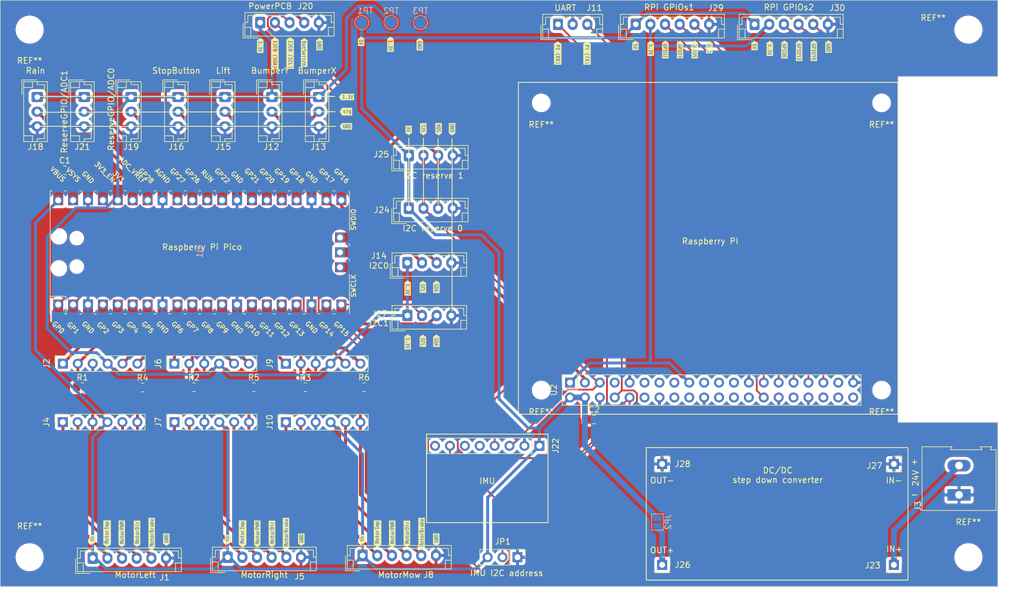
<source format=kicad_pcb>
(kicad_pcb (version 20241229) (generator "pcbnew") (generator_version "9.0")
  (title_block (title "Landrumower PCB") (rev "1.0"))
  (layers (0 "F.Cu" signal) (2 "B.Cu" signal) (13 "F.Paste" user) (15 "B.Paste" user) (5 "F.SilkS" user "F.Silkscreen") (7 "B.SilkS" user "B.Silkscreen") (1 "F.Mask" user) (3 "B.Mask" user) (25 "Edge.Cuts" user))
  (net 0 "")
  (net 1 "+5V")
  (net 2 "GND")
  (net 3 "+3V3")
  (net 4 "I2C0 (SDA)")
  (net 5 "I2C0 (SCL)")
  (net 6 "bumperX")
  (net 7 "pinMotorRightImp")
  (net 8 "pinMotorRightPWM")
  (net 9 "pinMotorRightDir")
  (net 10 "pinMotorRightBrake")
  (net 11 "bumperY")
  (net 12 "Net-(J1-Pin_5)")
  (net 13 "Net-(J1-Pin_3)")
  (net 14 "pinMotorLeftImp")
  (net 15 "pinMotorLeftPWM")
  (net 16 "pinMotorLeftDir")
  (net 17 "pinMotorLeftBrake")
  (net 18 "lift")
  (net 19 "pinMotorMowImp")
  (net 20 "pinMotorMowPWM")
  (net 21 "pinMotorMowDir")
  (net 22 "pinMotorMowBrake")
  (net 23 "Net-(J1-Pin_2)")
  (net 24 "Net-(J1-Pin_4)")
  (net 25 "Net-(J5-Pin_4)")
  (net 26 "Net-(J5-Pin_5)")
  (net 27 "Net-(J5-Pin_2)")
  (net 28 "Net-(J5-Pin_3)")
  (net 29 "Net-(J10-Pin_2)")
  (net 30 "I2C1 (SDA)")
  (net 31 "I2C1 (SCL)")
  (net 32 "Net-(J10-Pin_6)")
  (net 33 "Net-(J10-Pin_5)")
  (net 34 "Net-(J10-Pin_1)")
  (net 37 "Net-(J22-Pin_7)")
  (net 38 "rain")
  (net 40 "Net-(J26-Pin_1)")
  (net 43 "stopButton")
  (net 44 "pinBatterySwitch")
  (net 45 "reserve GPIO{slash}ADC 0")
  (net 46 "reserve GPIO{slash}ADC 1")
  (net 47 "I2C(SCL)")
  (net 48 "I2C(SDA)")
  (net 53 "UART (PI:RX PICO:TX)")
  (net 54 "UART (PI:TX PICO:RX)")
  (net 55 "+3.3VP")
  (net 56 "GPIO4")
  (net 64 "GPIO1")
  (net 65 "GPIO2")
  (net 66 "GPIO5")
  (net 67 "GPIO6")
  (net 68 "GPIO13")
  (net 70 "GPIO19")
  (net 76 "+24V")
  (footprint "Connector_JST:JST_EH_B6B-EH-A_1x06_P2.50mm_Vertical" (layer "F.Cu") (at 87.75 140)
    (property "Reference" "J5")
    (property "Value" "MotorLeftt")
  )
  (footprint "MountingHole:MountingHole_2.7mm" (layer "F.Cu") (at 141.2 62.5 180)
    (property "Reference" "REF**")
    (property "Value" "MountingHole_2.7mm")
  )
  (footprint "Connector_PinSocket_2.54mm:PinSocket_1x01_P2.54mm_Vertical" (layer "F.Cu") (at 161.8 124.1)
    (property "Reference" "J28")
    (property "Value" "OUT-")
  )
  (footprint "kibuzzard-65CA0B61" (layer "F.Cu") (at 95.3 136 90)
    (property "Reference" "kibuzzard-65CA0B61" (hide yes))
    (property "Value" "G***" (hide yes))
  )
  (footprint "kibuzzard-65CA0D25" (layer "F.Cu") (at 64.7 137 90)
    (property "Reference" "kibuzzard-65CA0D25" (hide yes))
    (property "Value" "G***" (hide yes))
  )
  (footprint "kibuzzard-65CA193C" (layer "F.Cu") (at 190.15 52.9 -90)
    (property "Reference" "kibuzzard-65CA193C" (hide yes))
    (property "Value" "G***" (hide yes))
  )
  (footprint "kibuzzard-65CA0A7B" (layer "F.Cu") (at 77.3 137 90)
    (property "Reference" "kibuzzard-65CA0A7B" (hide yes))
    (property "Value" "G***" (hide yes))
  )
  (footprint "MountingHole:MountingHole_2.7mm" (layer "F.Cu") (at 199.2 111.5 180)
    (property "Reference" "REF**")
    (property "Value" "MountingHole_2.7mm")
  )
  (footprint "Connector_JST:JST_EH_B3B-EH-A_1x03_P2.50mm_Vertical" (layer "F.Cu") (at 87.3 61.5 -90)
    (property "Reference" "J15")
    (property "Value" "Lift")
  )
  (footprint "Resistor_SMD:R_0805_2012Metric_Pad1.20x1.40mm_HandSolder" (layer "F.Cu") (at 101 111)
    (property "Reference" "R3")
    (property "Value" "4k7")
  )
  (footprint "kibuzzard-65CA3716" (layer "F.Cu") (at 120.5 52.5 -90)
    (property "Reference" "kibuzzard-65CA3716" (hide yes))
    (property "Value" "G***" (hide yes))
  )
  (footprint "kibuzzard-65CA15BA" (layer "F.Cu") (at 107.9 64)
    (property "Reference" "kibuzzard-65CA15BA" (hide yes))
    (property "Value" "G***" (hide yes))
  )
  (footprint "kibuzzard-65CA0AF1" (layer "F.Cu") (at 74.8 136 90)
    (property "Reference" "kibuzzard-65CA0AF1" (hide yes))
    (property "Value" "G***" (hide yes))
  )
  (footprint "Connector_JST:JST_EH_B3B-EH-A_1x03_P2.50mm_Vertical" (layer "F.Cu") (at 95.3 61.5 -90)
    (property "Reference" "J12")
    (property "Value" "BumperY")
  )
  (footprint "Connector_PinHeader_2.54mm:PinHeader_1x03_P2.54mm_Vertical" (layer "F.Cu") (at 137.14 140 -90)
    (property "Reference" "JP1")
    (property "Value" "I2C adress")
  )
  (footprint "kibuzzard-65CA0B61" (layer "F.Cu") (at 118.3 136 90)
    (property "Reference" "kibuzzard-65CA0B61" (hide yes))
    (property "Value" "G***" (hide yes))
  )
  (footprint "Connector_PinSocket_2.54mm:PinSocket_1x06_P2.54mm_Vertical" (layer "F.Cu") (at 97.675 116.975 90)
    (property "Reference" "J10")
    (property "Value" "Conn_01x06_Female")
  )
  (footprint "kibuzzard-65CA137E" (layer "F.Cu") (at 123.32548 103.07548 -90)
    (property "Reference" "kibuzzard-65CA137E" (hide yes))
    (property "Value" "G***" (hide yes))
  )
  (footprint "MountingHole:MountingHole_4.3mm_M4" (layer "F.Cu") (at 54 50 180)
    (property "Reference" "REF**")
    (property "Value" "MountingHole_4.3mm_M4")
  )
  (footprint "kibuzzard-65CA0AF1" (layer "F.Cu") (at 97.7 136 90)
    (property "Reference" "kibuzzard-65CA0AF1" (hide yes))
    (property "Value" "G***" (hide yes))
  )
  (footprint "Connector_JST:JST_EH_B6B-EH-A_1x06_P2.50mm_Vertical" (layer "F.Cu") (at 177.55 49.1)
    (property "Reference" "J30")
    (property "Value" "RPI GPIOs2")
  )
  (footprint "kibuzzard-65CA0CDE" (layer "F.Cu") (at 90.3 136 90)
    (property "Reference" "kibuzzard-65CA0CDE" (hide yes))
    (property "Value" "G***" (hide yes))
  )
  (footprint "Resistor_SMD:R_0805_2012Metric_Pad1.20x1.40mm_HandSolder" (layer "F.Cu") (at 82 111)
    (property "Reference" "R2")
    (property "Value" "4k7")
  )
  (footprint "RPi_Pico:RPi_Pico_SMD_TH" (layer "F.Cu") (at 83 88 90)
    (property "Reference" "U1")
    (property "Value" "Pico")
  )
  (footprint "kibuzzard-65CA34D8" (layer "F.Cu") (at 144 54 -90)
    (property "Reference" "kibuzzard-65CA34D8" (hide yes))
    (property "Value" "G***" (hide yes))
  )
  (footprint "Resistor_SMD:R_0805_2012Metric_Pad1.20x1.40mm_HandSolder" (layer "F.Cu") (at 111 111)
    (property "Reference" "R6")
    (property "Value" "100k")
  )
  (footprint "Connector_PinSocket_2.54mm:PinSocket_1x01_P2.54mm_Vertical" (layer "F.Cu") (at 201.3 124.1)
    (property "Reference" "J27")
    (property "Value" "IN-")
  )
  (footprint "MountingHole:MountingHole_2.7mm" (layer "F.Cu") (at 199.2 62.5 180)
    (property "Reference" "REF**")
    (property "Value" "MountingHole_2.7mm")
  )
  (footprint "kibuzzard-65CA0BE5" (layer "F.Cu") (at 69.7 136 90)
    (property "Reference" "kibuzzard-65CA0BE5" (hide yes))
    (property "Value" "G***" (hide yes))
  )
  (footprint "kibuzzard-65CA137E" (layer "F.Cu") (at 123.7 67 90)
    (property "Reference" "kibuzzard-65CA137E" (hide yes))
    (property "Value" "G***" (hide yes))
  )
  (footprint "Connector_JST:JST_EH_B6B-EH-A_1x06_P2.50mm_Vertical" (layer "F.Cu") (at 157.3 49.1)
    (property "Reference" "J29")
    (property "Value" "RPI GPIOs1")
  )
  (footprint "Connector_PinSocket_2.54mm:PinSocket_1x01_P2.54mm_Vertical" (layer "F.Cu") (at 201.3 141.3)
    (property "Reference" "J23")
    (property "Value" "IN+")
  )
  (footprint "kibuzzard-65CA0A7B" (layer "F.Cu") (at 123.3 137 90)
    (property "Reference" "kibuzzard-65CA0A7B" (hide yes))
    (property "Value" "G***" (hide yes))
  )
  (footprint "kibuzzard-65CA1392" (layer "F.Cu") (at 121.02548 93.87548 -90)
    (property "Reference" "kibuzzard-65CA1392" (hide yes))
    (property "Value" "G***" (hide yes))
  )
  (footprint "Connector_JST:JST_EH_B6B-EH-A_1x06_P2.50mm_Vertical" (layer "F.Cu") (at 110.75 139.7)
    (property "Reference" "J8")
    (property "Value" "MotorMow")
  )
  (footprint "kibuzzard-65CA3716" (layer "F.Cu") (at 103.4 52.5 -90)
    (property "Reference" "kibuzzard-65CA3716" (hide yes))
    (property "Value" "G***" (hide yes))
  )
  (footprint "Connector_JST:JST_EH_B4B-EH-A_1x04_P2.50mm_Vertical" (layer "F.Cu") (at 118.37548 89.77548)
    (property "Reference" "J14")
    (property "Value" "I2C0")
  )
  (footprint "kibuzzard-65CA3704" (layer "F.Cu") (at 100.8 53.9 -90)
    (property "Reference" "kibuzzard-65CA3704" (hide yes))
    (property "Value" "G***" (hide yes))
  )
  (footprint "kibuzzard-65CA137E" (layer "F.Cu") (at 123.32548 93.87548 -90)
    (property "Reference" "kibuzzard-65CA137E" (hide yes))
    (property "Value" "G***" (hide yes))
  )
  (footprint "Connector_PinSocket_2.54mm:PinSocket_1x08_P2.54mm_Vertical" (layer "F.Cu") (at 140.875 121 -90)
    (property "Reference" "J22")
    (property "Value" "IMU")
  )
  (footprint "Connector_JST:JST_EH_B3B-EH-A_1x03_P2.50mm_Vertical" (layer "F.Cu") (at 63.3 61.5 -90)
    (property "Reference" "J21")
    (property "Value" "ReserveGPIO/ADC1")
  )
  (footprint "Connector_JST:JST_EH_B5B-EH-A_1x05_P2.50mm_Vertical" (layer "F.Cu") (at 93.3 48.8)
    (property "Reference" "J20")
    (property "Value" "PowerPCB")
  )
  (footprint "kibuzzard-65CA1367" (layer "F.Cu") (at 118.42548 103.27548 -90)
    (property "Reference" "kibuzzard-65CA1367" (hide yes))
    (property "Value" "G***" (hide yes))
  )
  (footprint "Resistor_SMD:R_0805_2012Metric_Pad1.20x1.40mm_HandSolder" (layer "F.Cu") (at 63 111)
    (property "Reference" "R1")
    (property "Value" "4k7")
  )
  (footprint "Connector_PinSocket_2.54mm:PinSocket_1x06_P2.54mm_Vertical" (layer "F.Cu") (at 59.65 116.95 90)
    (property "Reference" "J4")
    (property "Value" "Conn_01x06_Female")
  )
  (footprint "kibuzzard-65CA19E7" (layer "F.Cu") (at 182.65 53.4 -90)
    (property "Reference" "kibuzzard-65CA19E7" (hide yes))
    (property "Value" "G***" (hide yes))
  )
  (footprint "kibuzzard-65CA0A7B" (layer "F.Cu") (at 100.3 137 90)
    (property "Reference" "kibuzzard-65CA0A7B" (hide yes))
    (property "Value" "G***" (hide yes))
  )
  (footprint "Connector_PinSocket_2.54mm:PinSocket_1x06_P2.54mm_Vertical" (layer "F.Cu") (at 78.7 116.95 90)
    (property "Reference" "J7")
    (property "Value" "Conn_01x06_Female")
  )
  (footprint "MountingHole:MountingHole_4.3mm_M4" (layer "F.Cu") (at 54 140)
    (property "Reference" "REF**")
    (property "Value" "MountingHole_4.3mm_M4")
  )
  (footprint "kibuzzard-65CA1392" (layer "F.Cu") (at 121.02548 103.07548 -90)
    (property "Reference" "kibuzzard-65CA1392" (hide yes))
    (property "Value" "G***" (hide yes))
  )
  (footprint "kibuzzard-65CA15CC" (layer "F.Cu") (at 107.9 66.5)
    (property "Reference" "kibuzzard-65CA15CC" (hide yes))
    (property "Value" "G***" (hide yes))
  )
  (footprint "Connector_JST:JST_EH_B6B-EH-A_1x06_P2.50mm_Vertical" (layer "F.Cu") (at 64.75 140.15)
    (property "Reference" "J1")
    (property "Value" "MotorRight")
  )
  (footprint "Connector_JST:JST_EH_B3B-EH-A_1x03_P2.50mm_Vertical" (layer "F.Cu") (at 71.3 61.5 -90)
    (property "Reference" "J19")
    (property "Value" "ResrveGPIO/ADC0")
  )
  (footprint "Resistor_SMD:R_0805_2012Metric_Pad1.20x1.40mm_HandSolder" (layer "F.Cu") (at 92.2 111)
    (property "Reference" "R5")
    (property "Value" "100k")
  )
  (footprint "MountingHole:MountingHole_4.3mm_M4" (layer "F.Cu") (at 214 50)
    (property "Reference" "REF**")
    (property "Value" "MountingHole_4.3mm_M4")
  )
  (footprint "MountingHole:MountingHole_4.3mm_M4" (layer "F.Cu") (at 214 140)
    (property "Reference" "REF**")
    (property "Value" "MountingHole_4.3mm_M4")
  )
  (footprint "kibuzzard-65CA36D0" (layer "F.Cu") (at 98.4 54 -90)
    (property "Reference" "kibuzzard-65CA36D0" (hide yes))
    (property "Value" "G***" (hide yes))
  )
  (footprint "kibuzzard-65CA1367" (layer "F.Cu") (at 118.42548 94.07548 -90)
    (property "Reference" "kibuzzard-65CA1367" (hide yes))
    (property "Value" "G***" (hide yes))
  )
  (footprint "Capacitor_SMD:C_0805_2012Metric_Pad1.18x1.45mm_HandSolder" (layer "F.Cu") (at 150.2 116.5)
    (property "Reference" "C2")
    (property "Value" "C_Small")
  )
  (footprint "kibuzzard-65CA18EE" (layer "F.Cu") (at 180.15 53.2 -90)
    (property "Reference" "kibuzzard-65CA18EE" (hide yes))
    (property "Value" "G***" (hide yes))
  )
  (footprint "Connector_JST:JST_EH_B3B-EH-A_1x03_P2.50mm_Vertical" (layer "F.Cu") (at 144.05 49.1)
    (property "Reference" "J11")
    (property "Value" "UART")
  )
  (footprint "kibuzzard-65CA0D25" (layer "F.Cu") (at 110.7 137 90)
    (property "Reference" "kibuzzard-65CA0D25" (hide yes))
    (property "Value" "G***" (hide yes))
  )
  (footprint "Capacitor_SMD:C_0805_2012Metric_Pad1.18x1.45mm_HandSolder" (layer "F.Cu") (at 60 74)
    (property "Reference" "C1")
    (property "Value" "C_Small")
  )
  (footprint "kibuzzard-65CA1A09" (layer "F.Cu") (at 187.65 53.6 -90)
    (property "Reference" "kibuzzard-65CA1A09" (hide yes))
    (property "Value" "G***" (hide yes))
  )
  (footprint "kibuzzard-65CA19F9" (layer "F.Cu") (at 185.15 53.6 -90)
    (property "Reference" "kibuzzard-65CA19F9" (hide yes))
    (property "Value" "G***" (hide yes))
  )
  (footprint "kibuzzard-65CA0CDE" (layer "F.Cu") (at 113.3 136 90)
    (property "Reference" "kibuzzard-65CA0CDE" (hide yes))
    (property "Value" "G***" (hide yes))
  )
  (footprint "kibuzzard-65CA0BDD" (layer "F.Cu") (at 72.3 136 90)
    (property "Reference" "kibuzzard-65CA0BDD" (hide yes))
    (property "Value" "G***" (hide yes))
  )
  (footprint "kibuzzard-65CA0D25" (layer "F.Cu") (at 87.8 137 90)
    (property "Reference" "kibuzzard-65CA0D25" (hide yes))
    (property "Value" "G***" (hide yes))
  )
  (footprint "kibuzzard-65CA0BE5" (layer "F.Cu") (at 115.8 136 90)
    (property "Reference" "kibuzzard-65CA0BE5" (hide yes))
    (property "Value" "G***" (hide yes))
  )
  (footprint "Connector_PinSocket_2.54mm:PinSocket_2x20_P2.54mm_Vertical" (layer "F.Cu") (at 146.1 110.21 90)
    (property "Reference" "U2")
    (property "Value" "Raspberry_Pi_2_3")
  )
  (footprint "Connector_JST:JST_EH_B4B-EH-A_1x04_P2.50mm_Vertical" (layer "F.Cu") (at 118.62548 80.47548)
    (property "Reference" "J24")
    (property "Value" "I2C reserve0")
  )
  (footprint "Connector_JST:JST_EH_B3B-EH-A_1x03_P2.50mm_Vertical" (layer "F.Cu") (at 55.3 61.5 -90)
    (property "Reference" "J18")
    (property "Value" "Rain")
  )
  (footprint "kibuzzard-65CA193C" (layer "F.Cu") (at 169.85 53 -90)
    (property "Reference" "kibuzzard-65CA193C" (hide yes))
    (property "Value" "G***" (hide yes))
  )
  (footprint "kibuzzard-65CA0BE5" (layer "F.Cu") (at 92.8 136 90)
    (property "Reference" "kibuzzard-65CA0BE5" (hide yes))
    (property "Value" "G***" (hide yes))
  )
  (footprint "Resistor_SMD:R_0805_2012Metric_Pad1.20x1.40mm_HandSolder" (layer "F.Cu") (at 73.25 111.05)
    (property "Reference" "R4")
    (property "Value" "100k")
  )
  (footprint "Connector_PinSocket_2.54mm:PinSocket_1x06_P2.54mm_Vertical" (layer "F.Cu") (at 59.675 106.975 90)
    (property "Reference" "J2")
    (property "Value" "Conn_01x06_Female")
  )
  (footprint "Connector_PinSocket_2.54mm:PinSocket_1x06_P2.54mm_Vertical" (layer "F.Cu") (at 97.675 106.975 90)
    (property "Reference" "J9")
    (property "Value" "Conn_01x06_Female")
  )
  (footprint "kibuzzard-65CA18B9" (layer "F.Cu") (at 177.55 52.7 -90)
    (property "Reference" "kibuzzard-65CA18B9" (hide yes))
    (property "Value" "G***" (hide yes))
  )
  (footprint "kibuzzard-65CA3687" (layer "F.Cu") (at 115.5 52.5 -90)
    (property "Reference" "kibuzzard-65CA3687" (hide yes))
    (property "Value" "G***" (hide yes))
  )
  (footprint "Connector_JST:JST_EH_B4B-EH-A_1x04_P2.50mm_Vertical" (layer "F.Cu") (at 118.62548 71.47548)
    (property "Reference" "J25")
    (property "Value" "I2C reserve1")
  )
  (footprint "kibuzzard-65CA369C" (layer "F.Cu") (at 95.8 54 -90)
    (property "Reference" "kibuzzard-65CA369C" (hide yes))
    (property "Value" "G***" (hide yes))
  )
  (footprint "kibuzzard-65CA0CDE" (layer "F.Cu") (at 67.2 136 90)
    (property "Reference" "kibuzzard-65CA0CDE" (hide yes))
    (property "Value" "G***" (hide yes))
  )
  (footprint "kibuzzard-65CA1528" (layer "F.Cu") (at 118.6 67.2 90)
    (property "Reference" "kibuzzard-65CA1528" (hide yes))
    (property "Value" "G***" (hide yes))
  )
  (footprint "kibuzzard-65CA34CF" (layer "F.Cu") (at 149 54 -90)
    (property "Reference" "kibuzzard-65CA34CF" (hide yes))
    (property "Value" "G***" (hide yes))
  )
  (footprint "kibuzzard-65CA15DA" (layer "F.Cu") (at 108 61.5)
    (property "Reference" "kibuzzard-65CA15DA" (hide yes))
    (property "Value" "G***" (hide yes))
  )
  (footprint "kibuzzard-65CA191B" (layer "F.Cu") (at 164.85 53.4 -90)
    (property "Reference" "kibuzzard-65CA191B" (hide yes))
    (property "Value" "G***" (hide yes))
  )
  (footprint "kibuzzard-65CA18B9" (layer "F.Cu") (at 157.25 52.7 -90)
    (property "Reference" "kibuzzard-65CA18B9" (hide yes))
    (property "Value" "G***" (hide yes))
  )
  (footprint "kibuzzard-65CA1528" (layer "F.Cu") (at 110.5 52 -90)
    (property "Reference" "kibuzzard-65CA1528" (hide yes))
    (property "Value" "G***" (hide yes))
  )
  (footprint "kibuzzard-65CA18EE" (layer "F.Cu") (at 159.85 53.2 -90)
    (property "Reference" "kibuzzard-65CA18EE" (hide yes))
    (property "Value" "G***" (hide yes))
  )
  (footprint "Connector_JST:JST_EH_B3B-EH-A_1x03_P2.50mm_Vertical" (layer "F.Cu") (at 79.3 61.5 -90)
    (property "Reference" "J16")
    (property "Value" "StopButton")
  )
  (footprint "kibuzzard-65CA3687" (layer "F.Cu") (at 93.3 52.7 -90)
    (property "Reference" "kibuzzard-65CA3687" (hide yes))
    (property "Value" "G***" (hide yes))
  )
  (footprint "Connector_PinSocket_2.54mm:PinSocket_1x01_P2.54mm_Vertical" (layer "F.Cu") (at 161.8 141.3)
    (property "Reference" "J26")
    (property "Value" "OUT+")
  )
  (footprint "Connector_JST:JST_EH_B4B-EH-A_1x04_P2.50mm_Vertical" (layer "F.Cu") (at 118.37548 98.77548)
    (property "Reference" "J17")
    (property "Value" "I2C1")
  )
  (footprint "kibuzzard-65CA13E2" (layer "F.Cu") (at 126 67 90)
    (property "Reference" "kibuzzard-65CA13E2" (hide yes))
    (property "Value" "G***" (hide yes))
  )
  (footprint "TerminalBlock:TerminalBlock_Altech_AK300-2_P5.00mm" (layer "F.Cu") (at 212.4 129.365 90)
    (property "Reference" "J3")
    (property "Value" "Power")
  )
  (footprint "kibuzzard-65CA190F" (layer "F.Cu") (at 162.35 53.4 -90)
    (property "Reference" "kibuzzard-65CA190F" (hide yes))
    (property "Value" "G***" (hide yes))
  )
  (footprint "Connector_JST:JST_EH_B3B-EH-A_1x03_P2.50mm_Vertical" (layer "F.Cu") (at 103.3 61.5 -90)
    (property "Reference" "J13")
    (property "Value" "BumperX")
  )
  (footprint "kibuzzard-65CA1927" (layer "F.Cu") (at 167.35 53.4 -90)
    (property "Reference" "kibuzzard-65CA1927" (hide yes))
    (property "Value" "G***" (hide yes))
  )
  (footprint "kibuzzard-65CA0AF1" (layer "F.Cu") (at 120.8 136 90)
    (property "Reference" "kibuzzard-65CA0AF1" (hide yes))
    (property "Value" "G***" (hide yes))
  )
  (footprint "Connector_PinSocket_2.54mm:PinSocket_1x06_P2.54mm_Vertical" (layer "F.Cu") (at 78.675 106.975 90)
    (property "Reference" "J6")
    (property "Value" "Conn_01x06_Female")
  )
  (footprint "kibuzzard-65CA1392" (layer "F.Cu") (at 121.1 67 90)
    (property "Reference" "kibuzzard-65CA1392" (hide yes))
    (property "Value" "G***" (hide yes))
  )
  (footprint "MountingHole:MountingHole_2.7mm" (layer "F.Cu") (at 141.2 111.5 180)
    (property "Reference" "REF**")
    (property "Value" "MountingHole_2.7mm")
  )
  (footprint "Jumper:SolderJumper-2_P1.3mm_Open_Pad1.0x1.5mm" (layer "B.Cu") (at 161 134 90)
    (property "Reference" "JP2")
    (property "Value" "Jumper_2_Open")
  )
  (footprint "TestPoint:TestPoint_Pad_D2.0mm" (layer "B.Cu") (at 115.6 48.8 180)
    (property "Reference" "TP2")
    (property "Value" "TP3.3V")
  )
  (footprint "TestPoint:TestPoint_Pad_D2.0mm" (layer "B.Cu") (at 110.6 48.8 180)
    (property "Reference" "TP1")
    (property "Value" "TP_5V")
  )
  (footprint "TestPoint:TestPoint_Pad_D2.0mm" (layer "B.Cu") (at 120.6 48.8 180)
    (property "Reference" "TP3")
    (property "Value" "TP_GND")
  )
  (gr_rect (start 121.65 119) (end 142.35 134.1) (stroke (width 0.15)) (fill no) (layer "F.SilkS"))
  (gr_line (start 123.62548 68.6) (end 123.62548 79.87548) (stroke (width 0.15)) (layer "F.SilkS"))
  (gr_rect (start 137.3 59) (end 202 115.6) (stroke (width 0.15)) (fill no) (layer "F.SilkS"))
  (gr_line (start 106 61.4) (end 55.8 61.4) (stroke (width 0.15)) (layer "F.SilkS"))
  (gr_rect (start 159.1 121.3) (end 203.7 143.9) (stroke (width 0.15)) (fill no) (layer "F.SilkS"))
  (gr_line (start 126 68.6) (end 126 98) (stroke (width 0.15)) (layer "F.SilkS"))
  (gr_line (start 106.1 64) (end 55.8 64.1) (stroke (width 0.15)) (layer "F.SilkS"))
  (gr_line (start 118.62548 68.5) (end 118.62548 79.87548) (stroke (width 0.15)) (layer "F.SilkS"))
  (gr_line (start 106.2 66.5) (end 55.8 66.5) (stroke (width 0.15)) (layer "F.SilkS"))
  (gr_line (start 121.1 68.5) (end 121.12548 79.47548) (stroke (width 0.15)) (layer "F.SilkS"))
  (gr_line (start 49 145) (end 219 145) (stroke (width 0.1)) (layer "Edge.Cuts"))
  (gr_line (start 219 145) (end 219 117) (stroke (width 0.1)) (layer "Edge.Cuts"))
  (gr_line (start 49 45) (end 49 145) (stroke (width 0.1)) (layer "Edge.Cuts"))
  (gr_line (start 219 58) (end 219 45) (stroke (width 0.1)) (layer "Edge.Cuts"))
  (gr_line (start 202 58) (end 202 117) (stroke (width 0.1)) (layer "Edge.Cuts"))
  (gr_line (start 219 45) (end 49 45) (stroke (width 0.1)) (layer "Edge.Cuts"))
  (gr_line (start 202 117) (end 219 117) (stroke (width 0.1)) (layer "Edge.Cuts"))
  (gr_line (start 219 58) (end 202 58) (stroke (width 0.1)) (layer "Edge.Cuts"))
  (gr_text "Landrumower PCB V1.0" (at 73 49 0) (layer "F.Cu") (effects (font (size 1.5 1.5) (thickness 0.3))))
  (gr_text "MotorMow" (at 117 143 0) (layer "F.SilkS") (effects (font (size 1 1))))
  (gr_text "Rain" (at 55 57 0) (layer "F.SilkS") (effects (font (size 1 1))))
  (gr_text "PowerPCB" (at 95 46 0) (layer "F.SilkS") (effects (font (size 1 1))))
  (gr_text "BumperX" (at 103 57 0) (layer "F.SilkS") (effects (font (size 1 1))))
  (gr_text "IMU" (at 132 127 0) (layer "F.SilkS") (effects (font (size 1 1))))
  (gr_text "ReserveGPIO/ADC0" (at 67.9 63.6 90) (layer "F.SilkS") (effects (font (size 1 1))))
  (gr_text "I2C reserve 1" (at 122.8 74.9 0) (layer "F.SilkS") (effects (font (size 1 1))))
  (gr_text "MotorLeft" (at 72 143 0) (layer "F.SilkS") (effects (font (size 1 1))))
  (gr_text "Lift" (at 87 57 0) (layer "F.SilkS") (effects (font (size 1 1))))
  (gr_text "IN+" (at 201.4 138.6 0) (layer "F.SilkS") (effects (font (size 1 1))))
  (gr_text "I2C reserve 0" (at 122.7 83.9 0) (layer "F.SilkS") (effects (font (size 1 1))))
  (gr_text "IMU I2C address" (at 135.3 142.7 0) (layer "F.SilkS") (effects (font (size 1 1))))
  (gr_text "I2C0" (at 113.52548 90.27548 0) (layer "F.SilkS") (effects (font (size 1 1))))
  (gr_text "-" (at 204.8 129.3 0) (layer "F.SilkS") (effects (font (size 1 1))))
  (gr_text "RPi GPIOs2" (at 183.4 46.2 0) (layer "F.SilkS") (effects (font (size 1 1))))
  (gr_text "StopButton" (at 79 57 0) (layer "F.SilkS") (effects (font (size 1 1))))
  (gr_text "Raspberry PI" (at 170 86.1 0) (layer "F.SilkS") (effects (font (size 1 1))))
  (gr_text "ReserveGPIO/ADC1" (at 59.9 64 90) (layer "F.SilkS") (effects (font (size 1 1))))
  (gr_text "OUT+" (at 161.8 138.8 0) (layer "F.SilkS") (effects (font (size 1 1))))
  (gr_text "DC/DC\nstep down converter" (at 181.5 126 0) (layer "F.SilkS") (effects (font (size 1 1))))
  (gr_text "OUT-" (at 161.8 126.9 0) (layer "F.SilkS") (effects (font (size 1 1))))
  (gr_text "24V" (at 205 126.5 90) (layer "F.SilkS") (effects (font (size 1 1))))
  (gr_text "IN-" (at 201.3 126.9 0) (layer "F.SilkS") (effects (font (size 1 1))))
  (gr_text "+" (at 204.8 123.7 0) (layer "F.SilkS") (effects (font (size 1 1))))
  (gr_text "Raspberry Pi Pico" (at 83.4 87.1 0) (layer "F.SilkS") (effects (font (size 1 1))))
  (gr_text "RPi GPIOs1" (at 163 46.2 0) (layer "F.SilkS") (effects (font (size 1 1))))
  (gr_text "BumperY" (at 95 57 0) (layer "F.SilkS") (effects (font (size 1 1))))
  (gr_text "UART" (at 145.3 46.3 0) (layer "F.SilkS") (effects (font (size 1 1))))
  (gr_text "MotorRight" (at 94 143 0) (layer "F.SilkS") (effects (font (size 1 1))))
  (gr_text "I2C1" (at 113.52548 100.07548 0) (layer "F.SilkS") (effects (font (size 1 1))))
  (segment (start 148.64 115.9775) (end 149.1625 116.5) (width 0.5) (layer "F.Cu") (net 1))
  (segment (start 58.87 74.0925) (end 58.9625 74) (width 0.5) (layer "F.Cu") (net 1))
  (segment (start 58.87 79.11) (end 58.87 74.0925) (width 0.5) (layer "F.Cu") (net 1))
  (segment (start 148.64 112.75) (end 148.64 115.9775) (width 0.5) (layer "F.Cu") (net 1))
  (segment (start 118.62548 71.47548) (end 118.62548 80.47548) (width 0.5) (layer "B.Cu") (net 1))
  (segment (start 55 104.68) (end 67.295 116.975) (width 0.5) (layer "B.Cu") (net 1))
  (segment (start 87.75 139.7) (end 87.75 118.43) (width 0.5) (layer "B.Cu") (net 1))
  (segment (start 134 88) (end 134 113) (width 0.5) (layer "B.Cu") (net 1))
  (segment (start 118.62548 80.47548) (end 123.15 85) (width 0.5) (layer "B.Cu") (net 1))
  (segment (start 110.6 63.45) (end 110.6 48.8) (width 0.5) (layer "B.Cu") (net 1))
  (segment (start 113.05 142) (end 110.75 139.7) (width 0.5) (layer "B.Cu") (net 1))
  (segment (start 140.875 121) (end 140.875 117.975) (width 0.5) (layer "B.Cu") (net 1))
  (segment (start 87.75 118.43) (end 86.295 116.975) (width 0.5) (layer "B.Cu") (net 1))
  (segment (start 110.75 139.7) (end 110.75 122.43) (width 0.5) (layer "B.Cu") (net 1))
  (segment (start 64.75 119.52) (end 67.295 116.975) (width 0.5) (layer "B.Cu") (net 1))
  (segment (start 58.87 79.11) (end 55 82.98) (width 0.5) (layer "B.Cu") (net 1))
  (segment (start 90.05 142) (end 87.75 139.7) (width 0.5) (layer "B.Cu") (net 1))
  (segment (start 148.64 112.75) (end 146.1 112.75) (width 1) (layer "B.Cu") (net 1))
  (segment (start 64.75 139.7) (end 64.75 119.52) (width 0.5) (layer "B.Cu") (net 1))
  (segment (start 55 82.98) (end 55 104.68) (width 0.5) (layer "B.Cu") (net 1))
  (segment (start 130.06 142) (end 113 142) (width 0.5) (layer "B.Cu") (net 1))
  (segment (start 132.06 140) (end 132.06 129.815) (width 0.5) (layer "B.Cu") (net 1))
  (segment (start 175.65 47.2) (end 177.55 49.1) (width 0.5) (layer "B.Cu") (net 1))
  (segment (start 67.05 142) (end 64.75 139.7) (width 0.5) (layer "B.Cu") (net 1))
  (segment (start 132.06 140) (end 130.06 142) (width 0.5) (layer "B.Cu") (net 1))
  (segment (start 85.45 142) (end 67.05 142) (width 0.5) (layer "B.Cu") (net 1))
  (segment (start 131 85) (end 134 88) (width 0.5) (layer "B.Cu") (net 1))
  (segment (start 138.975 117.975) (end 140.875 117.975) (width 0.5) (layer "B.Cu") (net 1))
  (segment (start 155 51.4) (end 157.3 49.1) (width 0.5) (layer "B.Cu") (net 1))
  (segment (start 132.06 129.815) (end 140.875 121) (width 0.5) (layer "B.Cu") (net 1))
  (segment (start 87.75 139.7) (end 85.45 142) (width 0.5) (layer "B.Cu") (net 1))
  (segment (start 161 133.35) (end 148.64 120.99) (width 1) (layer "B.Cu") (net 1))
  (segment (start 118.62548 71.47548) (end 110.6 63.45) (width 0.5) (layer "B.Cu") (net 1))
  (segment (start 140.875 117.975) (end 146.1 112.75) (width 0.5) (layer "B.Cu") (net 1))
  (segment (start 110.6 51.4) (end 155 51.4) (width 0.5) (layer "B.Cu") (net 1))
  (segment (start 108.45 142) (end 90.05 142) (width 0.5) (layer "B.Cu") (net 1))
  (segment (start 148.64 120.99) (end 148.64 112.75) (width 1) (layer "B.Cu") (net 1))
  (segment (start 123.15 85) (end 131 85) (width 0.5) (layer "B.Cu") (net 1))
  (segment (start 110.75 122.43) (end 105.295 116.975) (width 0.5) (layer "B.Cu") (net 1))
  (segment (start 159.2 47.2) (end 175.65 47.2) (width 0.5) (layer "B.Cu") (net 1))
  (segment (start 110.75 139.7) (end 108.45 142) (width 0.5) (layer "B.Cu") (net 1))
  (segment (start 134 113) (end 138.975 117.975) (width 0.5) (layer "B.Cu") (net 1))
  (segment (start 110.6 48.8) (end 110.6 51.4) (width 0.5) (layer "B.Cu") (net 1))
  (segment (start 157.3 49.1) (end 159.2 47.2) (width 0.5) (layer "B.Cu") (net 1))
  (segment (start 71.3 61.5) (end 63.3 61.5) (width 0.5) (layer "B.Cu") (net 3))
  (segment (start 79.3 61.5) (end 87.3 61.5) (width 0.5) (layer "B.Cu") (net 3))
  (segment (start 57 101) (end 57 85.295777) (width 0.5) (layer "B.Cu") (net 3))
  (segment (start 103.37 108.9) (end 88.22 108.9) (width 0.5) (layer "B.Cu") (net 3))
  (segment (start 93.3 50) (end 93.3 48.8) (width 0.5) (layer "B.Cu") (net 3))
  (segment (start 87.3 61.5) (end 95.3 61.5) (width 0.5) (layer "B.Cu") (net 3))
  (segment (start 113.57 98.7) (end 105.295 106.975) (width 0.5) (layer "B.Cu") (net 3))
  (segment (start 84.47 108.8) (end 69.12 108.8) (width 0.5) (layer "B.Cu") (net 3))
  (segment (start 86.295 106.975) (end 84.47 108.8) (width 0.5) (layer "B.Cu") (net 3))
  (segment (start 95.3 52) (end 93.3 50) (width 0.5) (layer "B.Cu") (net 3))
  (segment (start 95.3 61.5) (end 95.3 52) (width 0.5) (layer "B.Cu") (net 3))
  (segment (start 110 46) (end 112.8 46) (width 0.5) (layer "B.Cu") (net 3))
  (segment (start 67.028276 80.409511) (end 69 78.437787) (width 0.5) (layer "B.Cu") (net 3))
  (segment (start 112.8 46) (end 115.6 48.8) (width 0.5) (layer "B.Cu") (net 3))
  (segment (start 61.1 105.1) (end 57 101) (width 0.5) (layer "B.Cu") (net 3))
  (segment (start 61.886266 80.409511) (end 67.028276 80.409511) (width 0.5) (layer "B.Cu") (net 3))
  (segment (start 88.22 108.9) (end 86.295 106.975) (width 0.5) (layer "B.Cu") (net 3))
  (segment (start 65.42 105.1) (end 61.1 105.1) (width 0.5) (layer "B.Cu") (net 3))
  (segment (start 57 85.295777) (end 61.886266 80.409511) (width 0.5) (layer "B.Cu") (net 3))
  (segment (start 69.03 63.77) (end 71.3 61.5) (width 0.5) (layer "B.Cu") (net 3))
  (segment (start 108 48) (end 110 46) (width 0.5) (layer "B.Cu") (net 3))
  (segment (start 103.3 61.5) (end 108 56.8) (width 0.5) (layer "B.Cu") (net 3))
  (segment (start 63.3 61.5) (end 55.3 61.5) (width 0.5) (layer "B.Cu") (net 3))
  (segment (start 69.03 79.11) (end 69.03 63.77) (width 0.5) (layer "B.Cu") (net 3))
  (segment (start 95.3 61.5) (end 103.3 61.5) (width 0.5) (layer "B.Cu") (net 3))
  (segment (start 71.3 61.5) (end 79.3 61.5) (width 0.5) (layer "B.Cu") (net 3))
  (segment (start 118.37548 98.77548) (end 118.37548 89.77548) (width 0.5) (layer "B.Cu") (net 3))
  (segment (start 69.12 108.8) (end 67.295 106.975) (width 0.5) (layer "B.Cu") (net 3))
  (segment (start 105.295 106.975) (end 103.37 108.9) (width 0.5) (layer "B.Cu") (net 3))
  (segment (start 108 56.8) (end 108 48) (width 0.5) (layer "B.Cu") (net 3))
  (segment (start 113.64548 98.77548) (end 113.57 98.7) (width 0.5) (layer "B.Cu") (net 3))
  (segment (start 67.295 106.975) (end 65.42 105.1) (width 0.5) (layer "B.Cu") (net 3))
  (segment (start 118.37548 98.77548) (end 113.64548 98.77548) (width 0.5) (layer "B.Cu") (net 3))
  (segment (start 115.6 82) (end 123.37548 89.77548) (width 0.5) (layer "F.Cu") (net 4))
  (segment (start 107.15 73.85) (end 107.13 73.87) (width 0.3) (layer "F.Cu") (net 4))
  (segment (start 107.15 60.15) (end 107.15 73.85) (width 0.3) (layer "F.Cu") (net 4))
  (segment (start 95.8 48.8) (end 107.15 60.15) (width 0.3) (layer "F.Cu") (net 4))
  (segment (start 109 82) (end 107.13 80.13) (width 0.5) (layer "F.Cu") (net 4))
  (segment (start 107.13 80.13) (end 107.13 79.11) (width 0.5) (layer "F.Cu") (net 4))
  (segment (start 107.13 73.87) (end 107.13 79.11) (width 0.3) (layer "F.Cu") (net 4))
  (segment (start 109 82) (end 115.6 82) (width 0.5) (layer "F.Cu") (net 4))
  (segment (start 108.48 83) (end 114.1 83) (width 0.5) (layer "F.Cu") (net 5))
  (segment (start 95.303143 47.47548) (end 94.60048 48.178143) (width 0.3) (layer "F.Cu") (net 5))
  (segment (start 94.60048 48.178143) (end 94.60048 49.421857) (width 0.3) (layer "F.Cu") (net 5))
  (segment (start 106.65048 61) (end 106.65048 69.99952) (width 0.3) (layer "F.Cu") (net 5))
  (segment (start 108.48 83) (end 104.59 79.11) (width 0.5) (layer "F.Cu") (net 5))
  (segment (start 114.1 83) (end 120.87548 89.77548) (width 0.5) (layer "F.Cu") (net 5))
  (segment (start 106.65048 69.99952) (end 104.59 72.06) (width 0.3) (layer "F.Cu") (net 5))
  (segment (start 96.97548 47.47548) (end 95.303143 47.47548) (width 0.3) (layer "F.Cu") (net 5))
  (segment (start 104.59 72.06) (end 104.59 79.11) (width 0.3) (layer "F.Cu") (net 5))
  (segment (start 94.60048 49.421857) (end 106.178623 61) (width 0.3) (layer "F.Cu") (net 5))
  (segment (start 106.178623 61) (end 106.65048 61) (width 0.3) (layer "F.Cu") (net 5))
  (segment (start 98.3 48.8) (end 96.97548 47.47548) (width 0.3) (layer "F.Cu") (net 5))
  (segment (start 103.3 64) (end 99.51 67.79) (width 0.5) (layer "F.Cu") (net 6))
  (segment (start 99.51 67.79) (end 99.51 79.11) (width 0.5) (layer "F.Cu") (net 6))
  (segment (start 66.49 100.16) (end 59.675 106.975) (width 0.5) (layer "F.Cu") (net 7))
  (segment (start 66.49 96.89) (end 66.49 100.16) (width 0.5) (layer "F.Cu") (net 7))
  (segment (start 69.03 96.89) (end 69.03 100.16) (width 0.5) (layer "F.Cu") (net 8))
  (segment (start 69.03 100.16) (end 62.215 106.975) (width 0.5) (layer "F.Cu") (net 8))
  (segment (start 62.215 110.785) (end 62 111) (width 0.5) (layer "F.Cu") (net 8))
  (segment (start 62.215 106.975) (end 62.215 110.785) (width 0.5) (layer "F.Cu") (net 8))
  (segment (start 71.57 96.89) (end 71.57 105.24) (width 0.5) (layer "F.Cu") (net 9))
  (segment (start 71.57 105.24) (end 69.835 106.975) (width 0.5) (layer "F.Cu") (net 9))
  (segment (start 74.11 96.89) (end 74.11 105.24) (width 0.5) (layer "F.Cu") (net 10))
  (segment (start 74.11 105.24) (end 72.375 106.975) (width 0.5) (layer "F.Cu") (net 10))
  (segment (start 96.97 65.67) (end 96.97 79.11) (width 0.5) (layer "F.Cu") (net 11))
  (segment (start 95.3 64) (end 96.97 65.67) (width 0.5) (layer "F.Cu") (net 11))
  (segment (start 72.375 137.325) (end 74.75 139.7) (width 0.5) (layer "F.Cu") (net 12))
  (segment (start 72.375 111.375) (end 72 111) (width 0.5) (layer "F.Cu") (net 12))
  (segment (start 72.375 116.975) (end 72.375 111.375) (width 0.5) (layer "F.Cu") (net 12))
  (segment (start 72.375 116.975) (end 72.375 137.325) (width 0.5) (layer "F.Cu") (net 12))
  (segment (start 62.215 116.975) (end 62.215 132.165) (width 0.5) (layer "F.Cu") (net 13))
  (segment (start 62.215 132.165) (end 69.75 139.7) (width 0.5) (layer "F.Cu") (net 13))
  (segment (start 78.675 97.405) (end 78.675 106.975) (width 0.5) (layer "F.Cu") (net 14))
  (segment (start 79.19 96.89) (end 78.675 97.405) (width 0.5) (layer "F.Cu") (net 14))
  (segment (start 81.73 96.89) (end 81.73 106.46) (width 0.5) (layer "F.Cu") (net 15))
  (segment (start 81.215 106.975) (end 81.215 110.785) (width 0.5) (layer "F.Cu") (net 15))
  (segment (start 81.215 110.785) (end 81 111) (width 0.5) (layer "F.Cu") (net 15))
  (segment (start 81.73 106.46) (end 81.215 106.975) (width 0.5) (layer "F.Cu") (net 15))
  (segment (start 84.27 102.41) (end 88.835 106.975) (width 0.5) (layer "F.Cu") (net 16))
  (segment (start 84.27 96.89) (end 84.27 102.41) (width 0.5) (layer "F.Cu") (net 16))
  (segment (start 86.81 102.41) (end 91.375 106.975) (width 0.5) (layer "F.Cu") (net 17))
  (segment (start 86.81 96.89) (end 86.81 102.41) (width 0.5) (layer "F.Cu") (net 17))
  (segment (start 87.3 64) (end 94.43 71.13) (width 0.5) (layer "F.Cu") (net 18))
  (segment (start 94.43 79.11) (end 93.87548 78.55548) (width 0.5) (layer "F.Cu") (net 18))
  (segment (start 94.43 79.11) (end 94.43 71.13) (width 0.5) (layer "F.Cu") (net 18))
  (segment (start 91.89 101.19) (end 97.675 106.975) (width 0.5) (layer "F.Cu") (net 19))
  (segment (start 91.89 96.89) (end 91.89 101.19) (width 0.5) (layer "F.Cu") (net 19))
  (segment (start 94.43 96.89) (end 94.43 98.749022) (width 0.5) (layer "F.Cu") (net 20))
  (segment (start 94.43 98.749022) (end 100.215 104.534022) (width 0.5) (layer "F.Cu") (net 20))
  (segment (start 100.215 110.785) (end 100 111) (width 0.5) (layer "F.Cu") (net 20))
  (segment (start 100.215 106.975) (end 100.215 110.785) (width 0.5) (layer "F.Cu") (net 20))
  (segment (start 100.215 104.534022) (end 100.215 106.975) (width 0.5) (layer "F.Cu") (net 20))
  (segment (start 96.97 98.749022) (end 103.220978 105) (width 0.5) (layer "F.Cu") (net 21))
  (segment (start 105.86 105) (end 107.835 106.975) (width 0.5) (layer "F.Cu") (net 21))
  (segment (start 96.97 96.89) (end 96.97 98.749022) (width 0.5) (layer "F.Cu") (net 21))
  (segment (start 103.220978 105) (end 105.86 105) (width 0.5) (layer "F.Cu") (net 21))
  (segment (start 103.510728 104.30048) (end 107.70048 104.30048) (width 0.5) (layer "F.Cu") (net 22))
  (segment (start 99.51 100.299752) (end 103.510728 104.30048) (width 0.5) (layer "F.Cu") (net 22))
  (segment (start 99.51 96.89) (end 99.51 100.299752) (width 0.5) (layer "F.Cu") (net 22))
  (segment (start 107.70048 104.30048) (end 110.375 106.975) (width 0.5) (layer "F.Cu") (net 22))
  (segment (start 59.675 132.125) (end 67.25 139.7) (width 0.5) (layer "F.Cu") (net 23))
  (segment (start 59.675 116.975) (end 59.675 132.125) (width 0.5) (layer "F.Cu") (net 23))
  (segment (start 69.835 116.975) (end 69.835 137.285) (width 0.5) (layer "F.Cu") (net 24))
  (segment (start 69.835 137.285) (end 72.25 139.7) (width 0.5) (layer "F.Cu") (net 24))
  (segment (start 88.835 133.285) (end 95.25 139.7) (width 0.5) (layer "F.Cu") (net 25))
  (segment (start 88.835 116.975) (end 88.835 133.285) (width 0.5) (layer "F.Cu") (net 25))
  (segment (start 91.375 116.975) (end 91.375 133.325) (width 0.5) (layer "F.Cu") (net 26))
  (segment (start 91.375 111.375) (end 91 111) (width 0.5) (layer "F.Cu") (net 26))
  (segment (start 91.375 133.325) (end 97.75 139.7) (width 0.5) (layer "F.Cu") (net 26))
  (segment (start 91.375 116.975) (end 91.375 111.375) (width 0.5) (layer "F.Cu") (net 26))
  (segment (start 78.675 128.125) (end 90.25 139.7) (width 0.5) (layer "F.Cu") (net 27))
  (segment (start 78.675 116.975) (end 78.675 128.125) (width 0.5) (layer "F.Cu") (net 27))
  (segment (start 81.215 128.165) (end 92.75 139.7) (width 0.5) (layer "F.Cu") (net 28))
  (segment (start 81.215 116.975) (end 81.215 128.165) (width 0.5) (layer "F.Cu") (net 28))
  (segment (start 100.215 116.975) (end 100.215 124.165) (width 0.5) (layer "F.Cu") (net 29))
  (segment (start 100.215 124.165) (end 115.75 139.7) (width 0.5) (layer "F.Cu") (net 29))
  (segment (start 106.040978 100.2) (end 121.95096 100.2) (width 0.5) (layer "F.Cu") (net 30))
  (segment (start 104.59 98.749022) (end 106.040978 100.2) (width 0.5) (layer "F.Cu") (net 30))
  (segment (start 121.95096 100.2) (end 123.37548 98.77548) (width 0.5) (layer "F.Cu") (net 30))
  (segment (start 104.59 98.749022) (end 104.59 96.89) (width 0.5) (layer "F.Cu") (net 30))
  (segment (start 120.87548 98.77548) (end 120.87548 99.32548) (width 0.5) (layer "F.Cu") (net 31))
  (segment (start 107.13 96.89) (end 118.99 96.89) (width 0.3) (layer "F.Cu") (net 31))
  (segment (start 118.99 96.89) (end 120.87548 98.77548) (width 0.3) (layer "F.Cu") (net 31))
  (segment (start 110.375 116.975) (end 110.375 129.325) (width 0.5) (layer "F.Cu") (net 32))
  (segment (start 110.375 116.975) (end 110.375 111.375) (width 0.5) (layer "F.Cu") (net 32))
  (segment (start 110.375 129.325) (end 120.75 139.7) (width 0.5) (layer "F.Cu") (net 32))
  (segment (start 110.375 111.375) (end 110 111) (width 0.5) (layer "F.Cu") (net 32))
  (segment (start 107.835 129.285) (end 118.25 139.7) (width 0.5) (layer "F.Cu") (net 33))
  (segment (start 107.835 116.975) (end 107.835 129.285) (width 0.5) (layer "F.Cu") (net 33))
  (segment (start 97.675 124.125) (end 113.25 139.7) (width 0.5) (layer "F.Cu") (net 34))
  (segment (start 97.675 116.975) (end 97.675 124.125) (width 0.5) (layer "F.Cu") (net 34))
  (segment (start 134.6 140) (end 134.6 131.2) (width 0.3) (layer "F.Cu") (net 37))
  (segment (start 134.6 131.2) (end 125.635 122.235) (width 0.3) (layer "F.Cu") (net 37))
  (segment (start 125.635 122.235) (end 125.635 121) (width 0.3) (layer "F.Cu") (net 37))
  (segment (start 74.11 79.11) (end 74.11 77.250978) (width 0.5) (layer "F.Cu") (net 38))
  (segment (start 64.658542 67.79952) (end 59.09952 67.79952) (width 0.5) (layer "F.Cu") (net 38))
  (segment (start 74.11 77.250978) (end 64.658542 67.79952) (width 0.5) (layer "F.Cu") (net 38))
  (segment (start 59.09952 67.79952) (end 55.3 64) (width 0.5) (layer "F.Cu") (net 38))
  (segment (start 161.8 141.3) (end 161.8 135.8) (width 1) (layer "B.Cu") (net 40))
  (segment (start 161.8 135.8) (end 161 135) (width 1) (layer "B.Cu") (net 40))
  (segment (start 161.8 141.3) (end 161.500489 141.599511) (width 0.5) (layer "B.Cu") (net 40))
  (segment (start 79.3 64) (end 91.89 76.59) (width 0.5) (layer "F.Cu") (net 43))
  (segment (start 91.89 76.59) (end 91.89 79.11) (width 0.5) (layer "F.Cu") (net 43))
  (segment (start 100.8 48.8) (end 98.87596 46.87596) (width 0.5) (layer "F.Cu") (net 44))
  (segment (start 86.81 77.250978) (end 86.81 79.11) (width 0.5) (layer "F.Cu") (net 44))
  (segment (start 77.144635 59.555365) (end 77.144635 67.585613) (width 0.5) (layer "F.Cu") (net 44))
  (segment (start 77.144635 67.585613) (end 86.81 77.250978) (width 0.5) (layer "F.Cu") (net 44))
  (segment (start 98.87596 46.87596) (end 89.82404 46.87596) (width 0.5) (layer "F.Cu") (net 44))
  (segment (start 89.82404 46.87596) (end 77.144635 59.555365) (width 0.5) (layer "F.Cu") (net 44))
  (segment (start 81.73 79.11) (end 81.73 74.43) (width 0.5) (layer "F.Cu") (net 45))
  (segment (start 81.73 74.43) (end 71.3 64) (width 0.5) (layer "F.Cu") (net 45))
  (segment (start 79.19 77.250978) (end 65.939022 64) (width 0.5) (layer "F.Cu") (net 46))
  (segment (start 65.939022 64) (end 63.3 64) (width 0.5) (layer "F.Cu") (net 46))
  (segment (start 79.19 79.11) (end 79.19 77.250978) (width 0.5) (layer "F.Cu") (net 46))
  (segment (start 151.18 110.21) (end 149.980489 111.409511) (width 0.3) (layer "F.Cu") (net 47))
  (segment (start 151.18 110.21) (end 150.860001 110.21) (width 0.3) (layer "F.Cu") (net 47))
  (segment (start 150.860001 110.21) (end 121.12548 80.47548) (width 0.3) (layer "F.Cu") (net 47))
  (segment (start 121.12548 71.47548) (end 121.12548 80.47548) (width 0.5) (layer "F.Cu") (net 47))
  (segment (start 149.980489 111.409511) (end 145.690489 111.409511) (width 0.3) (layer "F.Cu") (net 47))
  (segment (start 136.1 121) (end 135.795 121) (width 0.3) (layer "F.Cu") (net 47))
  (segment (start 145.690489 111.409511) (end 136.1 121) (width 0.3) (layer "F.Cu") (net 47))
  (segment (start 133.255 113.045) (end 133.255 121) (width 0.3) (layer "F.Cu") (net 48))
  (segment (start 148.64 110.21) (end 148.64 110.36) (width 0.3) (layer "F.Cu") (net 48))
  (segment (start 115.7 80.6) (end 122.6 87.5) (width 0.5) (layer "F.Cu") (net 48))
  (segment (start 122.6 87.5) (end 126.6 87.5) (width 0.5) (layer "F.Cu") (net 48))
  (segment (start 147 107.9) (end 138.4 107.9) (width 0.3) (layer "F.Cu") (net 48))
  (segment (start 120.45 68.3) (end 117.1 68.3) (width 0.5) (layer "F.Cu") (net 48))
  (segment (start 148.64 109.54) (end 147 107.9) (width 0.3) (layer "F.Cu") (net 48))
  (segment (start 126.6 87.5) (end 148.64 109.54) (width 0.5) (layer "F.Cu") (net 48))
  (segment (start 138.4 107.9) (end 133.255 113.045) (width 0.3) (layer "F.Cu") (net 48))
  (segment (start 148.64 109.54) (end 148.64 110.21) (width 0.5) (layer "F.Cu") (net 48))
  (segment (start 115.7 69.7) (end 115.7 80.6) (width 0.5) (layer "F.Cu") (net 48))
  (segment (start 123.62548 71.47548) (end 120.45 68.3) (width 0.5) (layer "F.Cu") (net 48))
  (segment (start 117.1 68.3) (end 115.7 69.7) (width 0.5) (layer "F.Cu") (net 48))
  (segment (start 123.62548 71.47548) (end 123.62548 80.47548) (width 0.5) (layer "F.Cu") (net 48))
  (segment (start 63.259519 92.500481) (end 58.87 96.89) (width 0.3) (layer "F.Cu") (net 53))
  (segment (start 152.4 113.5) (end 152.4 57.45) (width 0.3) (layer "F.Cu") (net 53))
  (segment (start 100.499519 92.500481) (end 63.259519 92.500481) (width 0.3) (layer "F.Cu") (net 53))
  (segment (start 126.975489 121.496855) (end 126.975489 119.475489) (width 0.3) (layer "F.Cu") (net 53))
  (segment (start 104.300498 100.79952) (end 103.249511 99.748533) (width 0.3) (layer "F.Cu") (net 53))
  (segment (start 156.26 112.75) (end 156.26 113.952081) (width 0.3) (layer "F.Cu") (net 53))
  (segment (start 156.26 112.75) (end 154.91 114.1) (width 0.3) (layer "F.Cu") (net 53))
  (segment (start 154.91 114.1) (end 153 114.1) (width 0.3) (layer "F.Cu") (net 53))
  (segment (start 147.112081 123.1) (end 128.578634 123.1) (width 0.3) (layer "F.Cu") (net 53))
  (segment (start 103.249511 99.748533) (end 103.249511 95.250473) (width 0.3) (layer "F.Cu") (net 53))
  (segment (start 108.29952 100.79952) (end 104.300498 100.79952) (width 0.3) (layer "F.Cu") (net 53))
  (segment (start 153 114.1) (end 152.4 113.5) (width 0.3) (layer "F.Cu") (net 53))
  (segment (start 156.26 113.952081) (end 147.112081 123.1) (width 0.3) (layer "F.Cu") (net 53))
  (segment (start 126.975489 119.475489) (end 108.29952 100.79952) (width 0.3) (layer "F.Cu") (net 53))
  (segment (start 152.4 57.45) (end 144.05 49.1) (width 0.3) (layer "F.Cu") (net 53))
  (segment (start 128.578634 123.1) (end 126.975489 121.496855) (width 0.3) (layer "F.Cu") (net 53))
  (segment (start 103.249511 95.250473) (end 100.499519 92.500481) (width 0.3) (layer "F.Cu") (net 53))
  (segment (start 157.5 112.071817) (end 156.978672 111.550489) (width 0.3) (layer "F.Cu") (net 54))
  (segment (start 154.919511 111.550489) (end 154.919511 54.969511) (width 0.3) (layer "F.Cu") (net 54))
  (segment (start 153.72 112.75) (end 153.45 112.75) (width 0.3) (layer "F.Cu") (net 54))
  (segment (start 153.72 112.75) (end 154.919511 111.550489) (width 0.3) (layer "F.Cu") (net 54))
  (segment (start 65.3 93) (end 99 93) (width 0.3) (layer "F.Cu") (net 54))
  (segment (start 131 142.4) (end 133.896366 142.4) (width 0.3) (layer "F.Cu") (net 54))
  (segment (start 156.978672 111.550489) (end 154.919511 111.550489) (width 0.3) (layer "F.Cu") (net 54))
  (segment (start 135.799511 140.496855) (end 135.799511 135.118997) (width 0.3) (layer "F.Cu") (net 54))
  (segment (start 157.5 113.418508) (end 157.5 112.071817) (width 0.3) (layer "F.Cu") (net 54))
  (segment (start 101.89904 101.6) (end 107.6 101.6) (width 0.3) (layer "F.Cu") (net 54))
  (segment (start 100.709511 100.410471) (end 101.89904 101.6) (width 0.3) (layer "F.Cu") (net 54))
  (segment (start 61.41 96.89) (end 65.3 93) (width 0.3) (layer "F.Cu") (net 54))
  (segment (start 100.709511 94.709511) (end 100.709511 100.410471) (width 0.3) (layer "F.Cu") (net 54))
  (segment (start 121.895489 115.895489) (end 121.895489 133.295489) (width 0.3) (layer "F.Cu") (net 54))
  (segment (start 121.895489 133.295489) (end 131 142.4) (width 0.3) (layer "F.Cu") (net 54))
  (segment (start 154.919511 54.969511) (end 149.05 49.1) (width 0.3) (layer "F.Cu") (net 54))
  (segment (start 135.799511 135.118997) (end 157.5 113.418508) (width 0.3) (layer "F.Cu") (net 54))
  (segment (start 107.6 101.6) (end 121.895489 115.895489) (width 0.3) (layer "F.Cu") (net 54))
  (segment (start 133.896366 142.4) (end 135.799511 140.496855) (width 0.3) (layer "F.Cu") (net 54))
  (segment (start 99 93) (end 100.709511 94.709511) (width 0.3) (layer "F.Cu") (net 54))
  (segment (start 176.16427 52.8) (end 159.8 52.8) (width 0.5) (layer "B.Cu") (net 55))
  (segment (start 180.05 49.1) (end 179.86427 49.1) (width 0.5) (layer "B.Cu") (net 55))
  (segment (start 159.8 52.8) (end 159.8 106.8) (width 0.5) (layer "B.Cu") (net 55))
  (segment (start 159.86 106.86) (end 149.45 106.86) (width 0.5) (layer "B.Cu") (net 55))
  (segment (start 159.8 106.8) (end 159.86 106.86) (width 0.5) (layer "B.Cu") (net 55))
  (segment (start 166.42 110.21) (end 163.07 106.86) (width 0.5) (layer "B.Cu") (net 55))
  (segment (start 163.07 106.86) (end 159.86 106.86) (width 0.5) (layer "B.Cu") (net 55))
  (segment (start 179.86427 49.1) (end 176.16427 52.8) (width 0.5) (layer "B.Cu") (net 55))
  (segment (start 159.8 49.1) (end 159.8 52.8) (width 0.5) (layer "B.Cu") (net 55))
  (segment (start 149.45 106.86) (end 146.1 110.21) (width 0.5) (layer "B.Cu") (net 55))
  (segment (start 179.12 63.42) (end 164.8 49.1) (width 0.3) (layer "F.Cu") (net 64))
  (segment (start 179.12 110.21) (end 179.12 63.42) (width 0.3) (layer "F.Cu") (net 64))
  (segment (start 177.920489 111.550489) (end 177.920489 64.720489) (width 0.3) (layer "F.Cu") (net 65))
  (segment (start 177.920489 64.720489) (end 162.3 49.1) (width 0.3) (layer "F.Cu") (net 65))
  (segment (start 179.12 112.75) (end 177.920489 111.550489) (width 0.3) (layer "F.Cu") (net 65))
  (segment (start 181.66 110.21) (end 181.66 63.46) (width 0.3) (layer "F.Cu") (net 66))
  (segment (start 181.66 63.46) (end 167.3 49.1) (width 0.3) (layer "F.Cu") (net 66))
  (segment (start 184.2 50.75) (end 182.55 49.1) (width 0.3) (layer "F.Cu") (net 67))
  (segment (start 184.2 110.21) (end 184.2 50.75) (width 0.3) (layer "F.Cu") (net 67))
  (segment (start 186.74 110.21) (end 186.74 50.79) (width 0.3) (layer "F.Cu") (net 68))
  (segment (start 186.74 50.79) (end 185.05 49.1) (width 0.3) (layer "F.Cu") (net 68))
  (segment (start 189.28 50.83) (end 187.55 49.1) (width 0.3) (layer "F.Cu") (net 70))
  (segment (start 189.28 110.21) (end 189.28 50.83) (width 0.3) (layer "F.Cu") (net 70))
  (segment (start 201.3 135.465) (end 201.3 141.3) (width 1) (layer "B.Cu") (net 76))
  (segment (start 212.4 124.365) (end 201.3 135.465) (width 1) (layer "B.Cu") (net 76))
  (zone (net 2) (net_name "GND") (layer "F.Cu") (connect_pads (clearance 0.508)) (min_thickness 0.254) (fill yes (thermal_gap 0.508) (thermal_bridge_width 0.508))
    (polygon (pts (xy 219 58) (xy 202 58) (xy 202 117) (xy 219 117) (xy 219 145) (xy 49 145) (xy 49 45) (xy 219 45)))
  )
  (zone (net 2) (net_name "GND") (layer "B.Cu") (connect_pads (clearance 0.508)) (min_thickness 0.254) (fill yes (thermal_gap 0.508) (thermal_bridge_width 0.508))
    (polygon (pts (xy 219 58) (xy 202 58) (xy 202 117) (xy 219 117) (xy 219 145) (xy 49 145) (xy 49 45) (xy 219 45)))
  )
)
</source>
